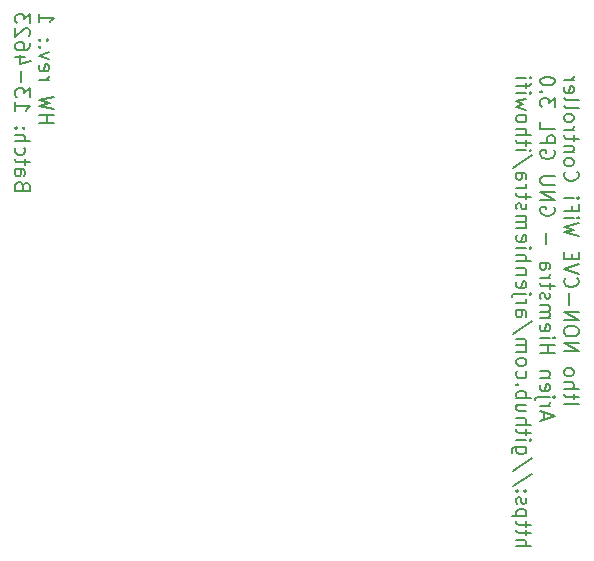
<source format=gbo>
G04 #@! TF.GenerationSoftware,KiCad,Pcbnew,7.0.7*
G04 #@! TF.CreationDate,2023-11-16T11:56:59+01:00*
G04 #@! TF.ProjectId,ithowifi_4l,6974686f-7769-4666-995f-346c2e6b6963,rev?*
G04 #@! TF.SameCoordinates,Original*
G04 #@! TF.FileFunction,Legend,Bot*
G04 #@! TF.FilePolarity,Positive*
%FSLAX46Y46*%
G04 Gerber Fmt 4.6, Leading zero omitted, Abs format (unit mm)*
G04 Created by KiCad (PCBNEW 7.0.7) date 2023-11-16 11:56:59*
%MOMM*%
%LPD*%
G01*
G04 APERTURE LIST*
%ADD10C,0.200000*%
G04 APERTURE END LIST*
D10*
X113073036Y-143012573D02*
X114319036Y-143012573D01*
X113903703Y-142597240D02*
X113903703Y-142122573D01*
X114319036Y-142419240D02*
X113251036Y-142419240D01*
X113251036Y-142419240D02*
X113132370Y-142359907D01*
X113132370Y-142359907D02*
X113073036Y-142241240D01*
X113073036Y-142241240D02*
X113073036Y-142122573D01*
X113073036Y-141707240D02*
X114319036Y-141707240D01*
X113073036Y-141173240D02*
X113725703Y-141173240D01*
X113725703Y-141173240D02*
X113844370Y-141232573D01*
X113844370Y-141232573D02*
X113903703Y-141351240D01*
X113903703Y-141351240D02*
X113903703Y-141529240D01*
X113903703Y-141529240D02*
X113844370Y-141647907D01*
X113844370Y-141647907D02*
X113785036Y-141707240D01*
X113073036Y-140401907D02*
X113132370Y-140520574D01*
X113132370Y-140520574D02*
X113191703Y-140579907D01*
X113191703Y-140579907D02*
X113310370Y-140639240D01*
X113310370Y-140639240D02*
X113666370Y-140639240D01*
X113666370Y-140639240D02*
X113785036Y-140579907D01*
X113785036Y-140579907D02*
X113844370Y-140520574D01*
X113844370Y-140520574D02*
X113903703Y-140401907D01*
X113903703Y-140401907D02*
X113903703Y-140223907D01*
X113903703Y-140223907D02*
X113844370Y-140105240D01*
X113844370Y-140105240D02*
X113785036Y-140045907D01*
X113785036Y-140045907D02*
X113666370Y-139986574D01*
X113666370Y-139986574D02*
X113310370Y-139986574D01*
X113310370Y-139986574D02*
X113191703Y-140045907D01*
X113191703Y-140045907D02*
X113132370Y-140105240D01*
X113132370Y-140105240D02*
X113073036Y-140223907D01*
X113073036Y-140223907D02*
X113073036Y-140401907D01*
X113073036Y-138503241D02*
X114319036Y-138503241D01*
X114319036Y-138503241D02*
X113073036Y-137791241D01*
X113073036Y-137791241D02*
X114319036Y-137791241D01*
X114319036Y-136960575D02*
X114319036Y-136723241D01*
X114319036Y-136723241D02*
X114259703Y-136604575D01*
X114259703Y-136604575D02*
X114141036Y-136485908D01*
X114141036Y-136485908D02*
X113903703Y-136426575D01*
X113903703Y-136426575D02*
X113488370Y-136426575D01*
X113488370Y-136426575D02*
X113251036Y-136485908D01*
X113251036Y-136485908D02*
X113132370Y-136604575D01*
X113132370Y-136604575D02*
X113073036Y-136723241D01*
X113073036Y-136723241D02*
X113073036Y-136960575D01*
X113073036Y-136960575D02*
X113132370Y-137079241D01*
X113132370Y-137079241D02*
X113251036Y-137197908D01*
X113251036Y-137197908D02*
X113488370Y-137257241D01*
X113488370Y-137257241D02*
X113903703Y-137257241D01*
X113903703Y-137257241D02*
X114141036Y-137197908D01*
X114141036Y-137197908D02*
X114259703Y-137079241D01*
X114259703Y-137079241D02*
X114319036Y-136960575D01*
X113073036Y-135892575D02*
X114319036Y-135892575D01*
X114319036Y-135892575D02*
X113073036Y-135180575D01*
X113073036Y-135180575D02*
X114319036Y-135180575D01*
X113547703Y-134587242D02*
X113547703Y-133637909D01*
X113191703Y-132332575D02*
X113132370Y-132391908D01*
X113132370Y-132391908D02*
X113073036Y-132569908D01*
X113073036Y-132569908D02*
X113073036Y-132688575D01*
X113073036Y-132688575D02*
X113132370Y-132866575D01*
X113132370Y-132866575D02*
X113251036Y-132985242D01*
X113251036Y-132985242D02*
X113369703Y-133044575D01*
X113369703Y-133044575D02*
X113607036Y-133103908D01*
X113607036Y-133103908D02*
X113785036Y-133103908D01*
X113785036Y-133103908D02*
X114022370Y-133044575D01*
X114022370Y-133044575D02*
X114141036Y-132985242D01*
X114141036Y-132985242D02*
X114259703Y-132866575D01*
X114259703Y-132866575D02*
X114319036Y-132688575D01*
X114319036Y-132688575D02*
X114319036Y-132569908D01*
X114319036Y-132569908D02*
X114259703Y-132391908D01*
X114259703Y-132391908D02*
X114200370Y-132332575D01*
X114319036Y-131976575D02*
X113073036Y-131561242D01*
X113073036Y-131561242D02*
X114319036Y-131145908D01*
X113725703Y-130730575D02*
X113725703Y-130315242D01*
X113073036Y-130137242D02*
X113073036Y-130730575D01*
X113073036Y-130730575D02*
X114319036Y-130730575D01*
X114319036Y-130730575D02*
X114319036Y-130137242D01*
X114319036Y-128772576D02*
X113073036Y-128475909D01*
X113073036Y-128475909D02*
X113963036Y-128238576D01*
X113963036Y-128238576D02*
X113073036Y-128001242D01*
X113073036Y-128001242D02*
X114319036Y-127704576D01*
X113073036Y-127229909D02*
X113903703Y-127229909D01*
X114319036Y-127229909D02*
X114259703Y-127289242D01*
X114259703Y-127289242D02*
X114200370Y-127229909D01*
X114200370Y-127229909D02*
X114259703Y-127170576D01*
X114259703Y-127170576D02*
X114319036Y-127229909D01*
X114319036Y-127229909D02*
X114200370Y-127229909D01*
X113725703Y-126221243D02*
X113725703Y-126636576D01*
X113073036Y-126636576D02*
X114319036Y-126636576D01*
X114319036Y-126636576D02*
X114319036Y-126043243D01*
X113073036Y-125568576D02*
X113903703Y-125568576D01*
X114319036Y-125568576D02*
X114259703Y-125627909D01*
X114259703Y-125627909D02*
X114200370Y-125568576D01*
X114200370Y-125568576D02*
X114259703Y-125509243D01*
X114259703Y-125509243D02*
X114319036Y-125568576D01*
X114319036Y-125568576D02*
X114200370Y-125568576D01*
X113191703Y-123313910D02*
X113132370Y-123373243D01*
X113132370Y-123373243D02*
X113073036Y-123551243D01*
X113073036Y-123551243D02*
X113073036Y-123669910D01*
X113073036Y-123669910D02*
X113132370Y-123847910D01*
X113132370Y-123847910D02*
X113251036Y-123966577D01*
X113251036Y-123966577D02*
X113369703Y-124025910D01*
X113369703Y-124025910D02*
X113607036Y-124085243D01*
X113607036Y-124085243D02*
X113785036Y-124085243D01*
X113785036Y-124085243D02*
X114022370Y-124025910D01*
X114022370Y-124025910D02*
X114141036Y-123966577D01*
X114141036Y-123966577D02*
X114259703Y-123847910D01*
X114259703Y-123847910D02*
X114319036Y-123669910D01*
X114319036Y-123669910D02*
X114319036Y-123551243D01*
X114319036Y-123551243D02*
X114259703Y-123373243D01*
X114259703Y-123373243D02*
X114200370Y-123313910D01*
X113073036Y-122601910D02*
X113132370Y-122720577D01*
X113132370Y-122720577D02*
X113191703Y-122779910D01*
X113191703Y-122779910D02*
X113310370Y-122839243D01*
X113310370Y-122839243D02*
X113666370Y-122839243D01*
X113666370Y-122839243D02*
X113785036Y-122779910D01*
X113785036Y-122779910D02*
X113844370Y-122720577D01*
X113844370Y-122720577D02*
X113903703Y-122601910D01*
X113903703Y-122601910D02*
X113903703Y-122423910D01*
X113903703Y-122423910D02*
X113844370Y-122305243D01*
X113844370Y-122305243D02*
X113785036Y-122245910D01*
X113785036Y-122245910D02*
X113666370Y-122186577D01*
X113666370Y-122186577D02*
X113310370Y-122186577D01*
X113310370Y-122186577D02*
X113191703Y-122245910D01*
X113191703Y-122245910D02*
X113132370Y-122305243D01*
X113132370Y-122305243D02*
X113073036Y-122423910D01*
X113073036Y-122423910D02*
X113073036Y-122601910D01*
X113903703Y-121652577D02*
X113073036Y-121652577D01*
X113785036Y-121652577D02*
X113844370Y-121593244D01*
X113844370Y-121593244D02*
X113903703Y-121474577D01*
X113903703Y-121474577D02*
X113903703Y-121296577D01*
X113903703Y-121296577D02*
X113844370Y-121177910D01*
X113844370Y-121177910D02*
X113725703Y-121118577D01*
X113725703Y-121118577D02*
X113073036Y-121118577D01*
X113903703Y-120703244D02*
X113903703Y-120228577D01*
X114319036Y-120525244D02*
X113251036Y-120525244D01*
X113251036Y-120525244D02*
X113132370Y-120465911D01*
X113132370Y-120465911D02*
X113073036Y-120347244D01*
X113073036Y-120347244D02*
X113073036Y-120228577D01*
X113073036Y-119813244D02*
X113903703Y-119813244D01*
X113666370Y-119813244D02*
X113785036Y-119753911D01*
X113785036Y-119753911D02*
X113844370Y-119694577D01*
X113844370Y-119694577D02*
X113903703Y-119575911D01*
X113903703Y-119575911D02*
X113903703Y-119457244D01*
X113073036Y-118863911D02*
X113132370Y-118982578D01*
X113132370Y-118982578D02*
X113191703Y-119041911D01*
X113191703Y-119041911D02*
X113310370Y-119101244D01*
X113310370Y-119101244D02*
X113666370Y-119101244D01*
X113666370Y-119101244D02*
X113785036Y-119041911D01*
X113785036Y-119041911D02*
X113844370Y-118982578D01*
X113844370Y-118982578D02*
X113903703Y-118863911D01*
X113903703Y-118863911D02*
X113903703Y-118685911D01*
X113903703Y-118685911D02*
X113844370Y-118567244D01*
X113844370Y-118567244D02*
X113785036Y-118507911D01*
X113785036Y-118507911D02*
X113666370Y-118448578D01*
X113666370Y-118448578D02*
X113310370Y-118448578D01*
X113310370Y-118448578D02*
X113191703Y-118507911D01*
X113191703Y-118507911D02*
X113132370Y-118567244D01*
X113132370Y-118567244D02*
X113073036Y-118685911D01*
X113073036Y-118685911D02*
X113073036Y-118863911D01*
X113073036Y-117736578D02*
X113132370Y-117855245D01*
X113132370Y-117855245D02*
X113251036Y-117914578D01*
X113251036Y-117914578D02*
X114319036Y-117914578D01*
X113073036Y-117083911D02*
X113132370Y-117202578D01*
X113132370Y-117202578D02*
X113251036Y-117261911D01*
X113251036Y-117261911D02*
X114319036Y-117261911D01*
X113132370Y-116134577D02*
X113073036Y-116253244D01*
X113073036Y-116253244D02*
X113073036Y-116490577D01*
X113073036Y-116490577D02*
X113132370Y-116609244D01*
X113132370Y-116609244D02*
X113251036Y-116668577D01*
X113251036Y-116668577D02*
X113725703Y-116668577D01*
X113725703Y-116668577D02*
X113844370Y-116609244D01*
X113844370Y-116609244D02*
X113903703Y-116490577D01*
X113903703Y-116490577D02*
X113903703Y-116253244D01*
X113903703Y-116253244D02*
X113844370Y-116134577D01*
X113844370Y-116134577D02*
X113725703Y-116075244D01*
X113725703Y-116075244D02*
X113607036Y-116075244D01*
X113607036Y-116075244D02*
X113488370Y-116668577D01*
X113073036Y-115541244D02*
X113903703Y-115541244D01*
X113666370Y-115541244D02*
X113785036Y-115481911D01*
X113785036Y-115481911D02*
X113844370Y-115422577D01*
X113844370Y-115422577D02*
X113903703Y-115303911D01*
X113903703Y-115303911D02*
X113903703Y-115185244D01*
X111422976Y-144317907D02*
X111422976Y-143724574D01*
X111066976Y-144436574D02*
X112312976Y-144021241D01*
X112312976Y-144021241D02*
X111066976Y-143605907D01*
X111066976Y-143190574D02*
X111897643Y-143190574D01*
X111660310Y-143190574D02*
X111778976Y-143131241D01*
X111778976Y-143131241D02*
X111838310Y-143071907D01*
X111838310Y-143071907D02*
X111897643Y-142953241D01*
X111897643Y-142953241D02*
X111897643Y-142834574D01*
X111897643Y-142419241D02*
X110829643Y-142419241D01*
X110829643Y-142419241D02*
X110710976Y-142478574D01*
X110710976Y-142478574D02*
X110651643Y-142597241D01*
X110651643Y-142597241D02*
X110651643Y-142656574D01*
X112312976Y-142419241D02*
X112253643Y-142478574D01*
X112253643Y-142478574D02*
X112194310Y-142419241D01*
X112194310Y-142419241D02*
X112253643Y-142359908D01*
X112253643Y-142359908D02*
X112312976Y-142419241D01*
X112312976Y-142419241D02*
X112194310Y-142419241D01*
X111126310Y-141351241D02*
X111066976Y-141469908D01*
X111066976Y-141469908D02*
X111066976Y-141707241D01*
X111066976Y-141707241D02*
X111126310Y-141825908D01*
X111126310Y-141825908D02*
X111244976Y-141885241D01*
X111244976Y-141885241D02*
X111719643Y-141885241D01*
X111719643Y-141885241D02*
X111838310Y-141825908D01*
X111838310Y-141825908D02*
X111897643Y-141707241D01*
X111897643Y-141707241D02*
X111897643Y-141469908D01*
X111897643Y-141469908D02*
X111838310Y-141351241D01*
X111838310Y-141351241D02*
X111719643Y-141291908D01*
X111719643Y-141291908D02*
X111600976Y-141291908D01*
X111600976Y-141291908D02*
X111482310Y-141885241D01*
X111897643Y-140757908D02*
X111066976Y-140757908D01*
X111778976Y-140757908D02*
X111838310Y-140698575D01*
X111838310Y-140698575D02*
X111897643Y-140579908D01*
X111897643Y-140579908D02*
X111897643Y-140401908D01*
X111897643Y-140401908D02*
X111838310Y-140283241D01*
X111838310Y-140283241D02*
X111719643Y-140223908D01*
X111719643Y-140223908D02*
X111066976Y-140223908D01*
X111066976Y-138681242D02*
X112312976Y-138681242D01*
X111719643Y-138681242D02*
X111719643Y-137969242D01*
X111066976Y-137969242D02*
X112312976Y-137969242D01*
X111066976Y-137375909D02*
X111897643Y-137375909D01*
X112312976Y-137375909D02*
X112253643Y-137435242D01*
X112253643Y-137435242D02*
X112194310Y-137375909D01*
X112194310Y-137375909D02*
X112253643Y-137316576D01*
X112253643Y-137316576D02*
X112312976Y-137375909D01*
X112312976Y-137375909D02*
X112194310Y-137375909D01*
X111126310Y-136307909D02*
X111066976Y-136426576D01*
X111066976Y-136426576D02*
X111066976Y-136663909D01*
X111066976Y-136663909D02*
X111126310Y-136782576D01*
X111126310Y-136782576D02*
X111244976Y-136841909D01*
X111244976Y-136841909D02*
X111719643Y-136841909D01*
X111719643Y-136841909D02*
X111838310Y-136782576D01*
X111838310Y-136782576D02*
X111897643Y-136663909D01*
X111897643Y-136663909D02*
X111897643Y-136426576D01*
X111897643Y-136426576D02*
X111838310Y-136307909D01*
X111838310Y-136307909D02*
X111719643Y-136248576D01*
X111719643Y-136248576D02*
X111600976Y-136248576D01*
X111600976Y-136248576D02*
X111482310Y-136841909D01*
X111066976Y-135714576D02*
X111897643Y-135714576D01*
X111778976Y-135714576D02*
X111838310Y-135655243D01*
X111838310Y-135655243D02*
X111897643Y-135536576D01*
X111897643Y-135536576D02*
X111897643Y-135358576D01*
X111897643Y-135358576D02*
X111838310Y-135239909D01*
X111838310Y-135239909D02*
X111719643Y-135180576D01*
X111719643Y-135180576D02*
X111066976Y-135180576D01*
X111719643Y-135180576D02*
X111838310Y-135121243D01*
X111838310Y-135121243D02*
X111897643Y-135002576D01*
X111897643Y-135002576D02*
X111897643Y-134824576D01*
X111897643Y-134824576D02*
X111838310Y-134705909D01*
X111838310Y-134705909D02*
X111719643Y-134646576D01*
X111719643Y-134646576D02*
X111066976Y-134646576D01*
X111126310Y-134112576D02*
X111066976Y-133993910D01*
X111066976Y-133993910D02*
X111066976Y-133756576D01*
X111066976Y-133756576D02*
X111126310Y-133637910D01*
X111126310Y-133637910D02*
X111244976Y-133578576D01*
X111244976Y-133578576D02*
X111304310Y-133578576D01*
X111304310Y-133578576D02*
X111422976Y-133637910D01*
X111422976Y-133637910D02*
X111482310Y-133756576D01*
X111482310Y-133756576D02*
X111482310Y-133934576D01*
X111482310Y-133934576D02*
X111541643Y-134053243D01*
X111541643Y-134053243D02*
X111660310Y-134112576D01*
X111660310Y-134112576D02*
X111719643Y-134112576D01*
X111719643Y-134112576D02*
X111838310Y-134053243D01*
X111838310Y-134053243D02*
X111897643Y-133934576D01*
X111897643Y-133934576D02*
X111897643Y-133756576D01*
X111897643Y-133756576D02*
X111838310Y-133637910D01*
X111897643Y-133222576D02*
X111897643Y-132747909D01*
X112312976Y-133044576D02*
X111244976Y-133044576D01*
X111244976Y-133044576D02*
X111126310Y-132985243D01*
X111126310Y-132985243D02*
X111066976Y-132866576D01*
X111066976Y-132866576D02*
X111066976Y-132747909D01*
X111066976Y-132332576D02*
X111897643Y-132332576D01*
X111660310Y-132332576D02*
X111778976Y-132273243D01*
X111778976Y-132273243D02*
X111838310Y-132213909D01*
X111838310Y-132213909D02*
X111897643Y-132095243D01*
X111897643Y-132095243D02*
X111897643Y-131976576D01*
X111066976Y-131027243D02*
X111719643Y-131027243D01*
X111719643Y-131027243D02*
X111838310Y-131086576D01*
X111838310Y-131086576D02*
X111897643Y-131205243D01*
X111897643Y-131205243D02*
X111897643Y-131442576D01*
X111897643Y-131442576D02*
X111838310Y-131561243D01*
X111126310Y-131027243D02*
X111066976Y-131145910D01*
X111066976Y-131145910D02*
X111066976Y-131442576D01*
X111066976Y-131442576D02*
X111126310Y-131561243D01*
X111126310Y-131561243D02*
X111244976Y-131620576D01*
X111244976Y-131620576D02*
X111363643Y-131620576D01*
X111363643Y-131620576D02*
X111482310Y-131561243D01*
X111482310Y-131561243D02*
X111541643Y-131442576D01*
X111541643Y-131442576D02*
X111541643Y-131145910D01*
X111541643Y-131145910D02*
X111600976Y-131027243D01*
X111541643Y-129484577D02*
X111541643Y-128535244D01*
X112253643Y-126339910D02*
X112312976Y-126458577D01*
X112312976Y-126458577D02*
X112312976Y-126636577D01*
X112312976Y-126636577D02*
X112253643Y-126814577D01*
X112253643Y-126814577D02*
X112134976Y-126933244D01*
X112134976Y-126933244D02*
X112016310Y-126992577D01*
X112016310Y-126992577D02*
X111778976Y-127051910D01*
X111778976Y-127051910D02*
X111600976Y-127051910D01*
X111600976Y-127051910D02*
X111363643Y-126992577D01*
X111363643Y-126992577D02*
X111244976Y-126933244D01*
X111244976Y-126933244D02*
X111126310Y-126814577D01*
X111126310Y-126814577D02*
X111066976Y-126636577D01*
X111066976Y-126636577D02*
X111066976Y-126517910D01*
X111066976Y-126517910D02*
X111126310Y-126339910D01*
X111126310Y-126339910D02*
X111185643Y-126280577D01*
X111185643Y-126280577D02*
X111600976Y-126280577D01*
X111600976Y-126280577D02*
X111600976Y-126517910D01*
X111066976Y-125746577D02*
X112312976Y-125746577D01*
X112312976Y-125746577D02*
X111066976Y-125034577D01*
X111066976Y-125034577D02*
X112312976Y-125034577D01*
X112312976Y-124441244D02*
X111304310Y-124441244D01*
X111304310Y-124441244D02*
X111185643Y-124381911D01*
X111185643Y-124381911D02*
X111126310Y-124322577D01*
X111126310Y-124322577D02*
X111066976Y-124203911D01*
X111066976Y-124203911D02*
X111066976Y-123966577D01*
X111066976Y-123966577D02*
X111126310Y-123847911D01*
X111126310Y-123847911D02*
X111185643Y-123788577D01*
X111185643Y-123788577D02*
X111304310Y-123729244D01*
X111304310Y-123729244D02*
X112312976Y-123729244D01*
X112253643Y-121533911D02*
X112312976Y-121652578D01*
X112312976Y-121652578D02*
X112312976Y-121830578D01*
X112312976Y-121830578D02*
X112253643Y-122008578D01*
X112253643Y-122008578D02*
X112134976Y-122127245D01*
X112134976Y-122127245D02*
X112016310Y-122186578D01*
X112016310Y-122186578D02*
X111778976Y-122245911D01*
X111778976Y-122245911D02*
X111600976Y-122245911D01*
X111600976Y-122245911D02*
X111363643Y-122186578D01*
X111363643Y-122186578D02*
X111244976Y-122127245D01*
X111244976Y-122127245D02*
X111126310Y-122008578D01*
X111126310Y-122008578D02*
X111066976Y-121830578D01*
X111066976Y-121830578D02*
X111066976Y-121711911D01*
X111066976Y-121711911D02*
X111126310Y-121533911D01*
X111126310Y-121533911D02*
X111185643Y-121474578D01*
X111185643Y-121474578D02*
X111600976Y-121474578D01*
X111600976Y-121474578D02*
X111600976Y-121711911D01*
X111066976Y-120940578D02*
X112312976Y-120940578D01*
X112312976Y-120940578D02*
X112312976Y-120465911D01*
X112312976Y-120465911D02*
X112253643Y-120347245D01*
X112253643Y-120347245D02*
X112194310Y-120287911D01*
X112194310Y-120287911D02*
X112075643Y-120228578D01*
X112075643Y-120228578D02*
X111897643Y-120228578D01*
X111897643Y-120228578D02*
X111778976Y-120287911D01*
X111778976Y-120287911D02*
X111719643Y-120347245D01*
X111719643Y-120347245D02*
X111660310Y-120465911D01*
X111660310Y-120465911D02*
X111660310Y-120940578D01*
X111066976Y-119101245D02*
X111066976Y-119694578D01*
X111066976Y-119694578D02*
X112312976Y-119694578D01*
X112312976Y-117855245D02*
X112312976Y-117083911D01*
X112312976Y-117083911D02*
X111838310Y-117499245D01*
X111838310Y-117499245D02*
X111838310Y-117321245D01*
X111838310Y-117321245D02*
X111778976Y-117202578D01*
X111778976Y-117202578D02*
X111719643Y-117143245D01*
X111719643Y-117143245D02*
X111600976Y-117083911D01*
X111600976Y-117083911D02*
X111304310Y-117083911D01*
X111304310Y-117083911D02*
X111185643Y-117143245D01*
X111185643Y-117143245D02*
X111126310Y-117202578D01*
X111126310Y-117202578D02*
X111066976Y-117321245D01*
X111066976Y-117321245D02*
X111066976Y-117677245D01*
X111066976Y-117677245D02*
X111126310Y-117795911D01*
X111126310Y-117795911D02*
X111185643Y-117855245D01*
X111185643Y-116549911D02*
X111126310Y-116490578D01*
X111126310Y-116490578D02*
X111066976Y-116549911D01*
X111066976Y-116549911D02*
X111126310Y-116609244D01*
X111126310Y-116609244D02*
X111185643Y-116549911D01*
X111185643Y-116549911D02*
X111066976Y-116549911D01*
X112312976Y-115719245D02*
X112312976Y-115600578D01*
X112312976Y-115600578D02*
X112253643Y-115481911D01*
X112253643Y-115481911D02*
X112194310Y-115422578D01*
X112194310Y-115422578D02*
X112075643Y-115363245D01*
X112075643Y-115363245D02*
X111838310Y-115303911D01*
X111838310Y-115303911D02*
X111541643Y-115303911D01*
X111541643Y-115303911D02*
X111304310Y-115363245D01*
X111304310Y-115363245D02*
X111185643Y-115422578D01*
X111185643Y-115422578D02*
X111126310Y-115481911D01*
X111126310Y-115481911D02*
X111066976Y-115600578D01*
X111066976Y-115600578D02*
X111066976Y-115719245D01*
X111066976Y-115719245D02*
X111126310Y-115837911D01*
X111126310Y-115837911D02*
X111185643Y-115897245D01*
X111185643Y-115897245D02*
X111304310Y-115956578D01*
X111304310Y-115956578D02*
X111541643Y-116015911D01*
X111541643Y-116015911D02*
X111838310Y-116015911D01*
X111838310Y-116015911D02*
X112075643Y-115956578D01*
X112075643Y-115956578D02*
X112194310Y-115897245D01*
X112194310Y-115897245D02*
X112253643Y-115837911D01*
X112253643Y-115837911D02*
X112312976Y-115719245D01*
X109060916Y-155057235D02*
X110306916Y-155057235D01*
X109060916Y-154523235D02*
X109713583Y-154523235D01*
X109713583Y-154523235D02*
X109832250Y-154582568D01*
X109832250Y-154582568D02*
X109891583Y-154701235D01*
X109891583Y-154701235D02*
X109891583Y-154879235D01*
X109891583Y-154879235D02*
X109832250Y-154997902D01*
X109832250Y-154997902D02*
X109772916Y-155057235D01*
X109891583Y-154107902D02*
X109891583Y-153633235D01*
X110306916Y-153929902D02*
X109238916Y-153929902D01*
X109238916Y-153929902D02*
X109120250Y-153870569D01*
X109120250Y-153870569D02*
X109060916Y-153751902D01*
X109060916Y-153751902D02*
X109060916Y-153633235D01*
X109891583Y-153395902D02*
X109891583Y-152921235D01*
X110306916Y-153217902D02*
X109238916Y-153217902D01*
X109238916Y-153217902D02*
X109120250Y-153158569D01*
X109120250Y-153158569D02*
X109060916Y-153039902D01*
X109060916Y-153039902D02*
X109060916Y-152921235D01*
X109891583Y-152505902D02*
X108645583Y-152505902D01*
X109832250Y-152505902D02*
X109891583Y-152387235D01*
X109891583Y-152387235D02*
X109891583Y-152149902D01*
X109891583Y-152149902D02*
X109832250Y-152031235D01*
X109832250Y-152031235D02*
X109772916Y-151971902D01*
X109772916Y-151971902D02*
X109654250Y-151912569D01*
X109654250Y-151912569D02*
X109298250Y-151912569D01*
X109298250Y-151912569D02*
X109179583Y-151971902D01*
X109179583Y-151971902D02*
X109120250Y-152031235D01*
X109120250Y-152031235D02*
X109060916Y-152149902D01*
X109060916Y-152149902D02*
X109060916Y-152387235D01*
X109060916Y-152387235D02*
X109120250Y-152505902D01*
X109120250Y-151437902D02*
X109060916Y-151319236D01*
X109060916Y-151319236D02*
X109060916Y-151081902D01*
X109060916Y-151081902D02*
X109120250Y-150963236D01*
X109120250Y-150963236D02*
X109238916Y-150903902D01*
X109238916Y-150903902D02*
X109298250Y-150903902D01*
X109298250Y-150903902D02*
X109416916Y-150963236D01*
X109416916Y-150963236D02*
X109476250Y-151081902D01*
X109476250Y-151081902D02*
X109476250Y-151259902D01*
X109476250Y-151259902D02*
X109535583Y-151378569D01*
X109535583Y-151378569D02*
X109654250Y-151437902D01*
X109654250Y-151437902D02*
X109713583Y-151437902D01*
X109713583Y-151437902D02*
X109832250Y-151378569D01*
X109832250Y-151378569D02*
X109891583Y-151259902D01*
X109891583Y-151259902D02*
X109891583Y-151081902D01*
X109891583Y-151081902D02*
X109832250Y-150963236D01*
X109179583Y-150369902D02*
X109120250Y-150310569D01*
X109120250Y-150310569D02*
X109060916Y-150369902D01*
X109060916Y-150369902D02*
X109120250Y-150429235D01*
X109120250Y-150429235D02*
X109179583Y-150369902D01*
X109179583Y-150369902D02*
X109060916Y-150369902D01*
X109832250Y-150369902D02*
X109772916Y-150310569D01*
X109772916Y-150310569D02*
X109713583Y-150369902D01*
X109713583Y-150369902D02*
X109772916Y-150429235D01*
X109772916Y-150429235D02*
X109832250Y-150369902D01*
X109832250Y-150369902D02*
X109713583Y-150369902D01*
X110366250Y-148886569D02*
X108764250Y-149954569D01*
X110366250Y-147581236D02*
X108764250Y-148649236D01*
X109891583Y-146631903D02*
X108882916Y-146631903D01*
X108882916Y-146631903D02*
X108764250Y-146691236D01*
X108764250Y-146691236D02*
X108704916Y-146750570D01*
X108704916Y-146750570D02*
X108645583Y-146869236D01*
X108645583Y-146869236D02*
X108645583Y-147047236D01*
X108645583Y-147047236D02*
X108704916Y-147165903D01*
X109120250Y-146631903D02*
X109060916Y-146750570D01*
X109060916Y-146750570D02*
X109060916Y-146987903D01*
X109060916Y-146987903D02*
X109120250Y-147106570D01*
X109120250Y-147106570D02*
X109179583Y-147165903D01*
X109179583Y-147165903D02*
X109298250Y-147225236D01*
X109298250Y-147225236D02*
X109654250Y-147225236D01*
X109654250Y-147225236D02*
X109772916Y-147165903D01*
X109772916Y-147165903D02*
X109832250Y-147106570D01*
X109832250Y-147106570D02*
X109891583Y-146987903D01*
X109891583Y-146987903D02*
X109891583Y-146750570D01*
X109891583Y-146750570D02*
X109832250Y-146631903D01*
X109060916Y-146038570D02*
X109891583Y-146038570D01*
X110306916Y-146038570D02*
X110247583Y-146097903D01*
X110247583Y-146097903D02*
X110188250Y-146038570D01*
X110188250Y-146038570D02*
X110247583Y-145979237D01*
X110247583Y-145979237D02*
X110306916Y-146038570D01*
X110306916Y-146038570D02*
X110188250Y-146038570D01*
X109891583Y-145623237D02*
X109891583Y-145148570D01*
X110306916Y-145445237D02*
X109238916Y-145445237D01*
X109238916Y-145445237D02*
X109120250Y-145385904D01*
X109120250Y-145385904D02*
X109060916Y-145267237D01*
X109060916Y-145267237D02*
X109060916Y-145148570D01*
X109060916Y-144733237D02*
X110306916Y-144733237D01*
X109060916Y-144199237D02*
X109713583Y-144199237D01*
X109713583Y-144199237D02*
X109832250Y-144258570D01*
X109832250Y-144258570D02*
X109891583Y-144377237D01*
X109891583Y-144377237D02*
X109891583Y-144555237D01*
X109891583Y-144555237D02*
X109832250Y-144673904D01*
X109832250Y-144673904D02*
X109772916Y-144733237D01*
X109891583Y-143071904D02*
X109060916Y-143071904D01*
X109891583Y-143605904D02*
X109238916Y-143605904D01*
X109238916Y-143605904D02*
X109120250Y-143546571D01*
X109120250Y-143546571D02*
X109060916Y-143427904D01*
X109060916Y-143427904D02*
X109060916Y-143249904D01*
X109060916Y-143249904D02*
X109120250Y-143131237D01*
X109120250Y-143131237D02*
X109179583Y-143071904D01*
X109060916Y-142478571D02*
X110306916Y-142478571D01*
X109832250Y-142478571D02*
X109891583Y-142359904D01*
X109891583Y-142359904D02*
X109891583Y-142122571D01*
X109891583Y-142122571D02*
X109832250Y-142003904D01*
X109832250Y-142003904D02*
X109772916Y-141944571D01*
X109772916Y-141944571D02*
X109654250Y-141885238D01*
X109654250Y-141885238D02*
X109298250Y-141885238D01*
X109298250Y-141885238D02*
X109179583Y-141944571D01*
X109179583Y-141944571D02*
X109120250Y-142003904D01*
X109120250Y-142003904D02*
X109060916Y-142122571D01*
X109060916Y-142122571D02*
X109060916Y-142359904D01*
X109060916Y-142359904D02*
X109120250Y-142478571D01*
X109179583Y-141351238D02*
X109120250Y-141291905D01*
X109120250Y-141291905D02*
X109060916Y-141351238D01*
X109060916Y-141351238D02*
X109120250Y-141410571D01*
X109120250Y-141410571D02*
X109179583Y-141351238D01*
X109179583Y-141351238D02*
X109060916Y-141351238D01*
X109120250Y-140223905D02*
X109060916Y-140342572D01*
X109060916Y-140342572D02*
X109060916Y-140579905D01*
X109060916Y-140579905D02*
X109120250Y-140698572D01*
X109120250Y-140698572D02*
X109179583Y-140757905D01*
X109179583Y-140757905D02*
X109298250Y-140817238D01*
X109298250Y-140817238D02*
X109654250Y-140817238D01*
X109654250Y-140817238D02*
X109772916Y-140757905D01*
X109772916Y-140757905D02*
X109832250Y-140698572D01*
X109832250Y-140698572D02*
X109891583Y-140579905D01*
X109891583Y-140579905D02*
X109891583Y-140342572D01*
X109891583Y-140342572D02*
X109832250Y-140223905D01*
X109060916Y-139511905D02*
X109120250Y-139630572D01*
X109120250Y-139630572D02*
X109179583Y-139689905D01*
X109179583Y-139689905D02*
X109298250Y-139749238D01*
X109298250Y-139749238D02*
X109654250Y-139749238D01*
X109654250Y-139749238D02*
X109772916Y-139689905D01*
X109772916Y-139689905D02*
X109832250Y-139630572D01*
X109832250Y-139630572D02*
X109891583Y-139511905D01*
X109891583Y-139511905D02*
X109891583Y-139333905D01*
X109891583Y-139333905D02*
X109832250Y-139215238D01*
X109832250Y-139215238D02*
X109772916Y-139155905D01*
X109772916Y-139155905D02*
X109654250Y-139096572D01*
X109654250Y-139096572D02*
X109298250Y-139096572D01*
X109298250Y-139096572D02*
X109179583Y-139155905D01*
X109179583Y-139155905D02*
X109120250Y-139215238D01*
X109120250Y-139215238D02*
X109060916Y-139333905D01*
X109060916Y-139333905D02*
X109060916Y-139511905D01*
X109060916Y-138562572D02*
X109891583Y-138562572D01*
X109772916Y-138562572D02*
X109832250Y-138503239D01*
X109832250Y-138503239D02*
X109891583Y-138384572D01*
X109891583Y-138384572D02*
X109891583Y-138206572D01*
X109891583Y-138206572D02*
X109832250Y-138087905D01*
X109832250Y-138087905D02*
X109713583Y-138028572D01*
X109713583Y-138028572D02*
X109060916Y-138028572D01*
X109713583Y-138028572D02*
X109832250Y-137969239D01*
X109832250Y-137969239D02*
X109891583Y-137850572D01*
X109891583Y-137850572D02*
X109891583Y-137672572D01*
X109891583Y-137672572D02*
X109832250Y-137553905D01*
X109832250Y-137553905D02*
X109713583Y-137494572D01*
X109713583Y-137494572D02*
X109060916Y-137494572D01*
X110366250Y-136011239D02*
X108764250Y-137079239D01*
X109060916Y-135061906D02*
X109713583Y-135061906D01*
X109713583Y-135061906D02*
X109832250Y-135121239D01*
X109832250Y-135121239D02*
X109891583Y-135239906D01*
X109891583Y-135239906D02*
X109891583Y-135477239D01*
X109891583Y-135477239D02*
X109832250Y-135595906D01*
X109120250Y-135061906D02*
X109060916Y-135180573D01*
X109060916Y-135180573D02*
X109060916Y-135477239D01*
X109060916Y-135477239D02*
X109120250Y-135595906D01*
X109120250Y-135595906D02*
X109238916Y-135655239D01*
X109238916Y-135655239D02*
X109357583Y-135655239D01*
X109357583Y-135655239D02*
X109476250Y-135595906D01*
X109476250Y-135595906D02*
X109535583Y-135477239D01*
X109535583Y-135477239D02*
X109535583Y-135180573D01*
X109535583Y-135180573D02*
X109594916Y-135061906D01*
X109060916Y-134468573D02*
X109891583Y-134468573D01*
X109654250Y-134468573D02*
X109772916Y-134409240D01*
X109772916Y-134409240D02*
X109832250Y-134349906D01*
X109832250Y-134349906D02*
X109891583Y-134231240D01*
X109891583Y-134231240D02*
X109891583Y-134112573D01*
X109891583Y-133697240D02*
X108823583Y-133697240D01*
X108823583Y-133697240D02*
X108704916Y-133756573D01*
X108704916Y-133756573D02*
X108645583Y-133875240D01*
X108645583Y-133875240D02*
X108645583Y-133934573D01*
X110306916Y-133697240D02*
X110247583Y-133756573D01*
X110247583Y-133756573D02*
X110188250Y-133697240D01*
X110188250Y-133697240D02*
X110247583Y-133637907D01*
X110247583Y-133637907D02*
X110306916Y-133697240D01*
X110306916Y-133697240D02*
X110188250Y-133697240D01*
X109120250Y-132629240D02*
X109060916Y-132747907D01*
X109060916Y-132747907D02*
X109060916Y-132985240D01*
X109060916Y-132985240D02*
X109120250Y-133103907D01*
X109120250Y-133103907D02*
X109238916Y-133163240D01*
X109238916Y-133163240D02*
X109713583Y-133163240D01*
X109713583Y-133163240D02*
X109832250Y-133103907D01*
X109832250Y-133103907D02*
X109891583Y-132985240D01*
X109891583Y-132985240D02*
X109891583Y-132747907D01*
X109891583Y-132747907D02*
X109832250Y-132629240D01*
X109832250Y-132629240D02*
X109713583Y-132569907D01*
X109713583Y-132569907D02*
X109594916Y-132569907D01*
X109594916Y-132569907D02*
X109476250Y-133163240D01*
X109891583Y-132035907D02*
X109060916Y-132035907D01*
X109772916Y-132035907D02*
X109832250Y-131976574D01*
X109832250Y-131976574D02*
X109891583Y-131857907D01*
X109891583Y-131857907D02*
X109891583Y-131679907D01*
X109891583Y-131679907D02*
X109832250Y-131561240D01*
X109832250Y-131561240D02*
X109713583Y-131501907D01*
X109713583Y-131501907D02*
X109060916Y-131501907D01*
X109060916Y-130908574D02*
X110306916Y-130908574D01*
X109060916Y-130374574D02*
X109713583Y-130374574D01*
X109713583Y-130374574D02*
X109832250Y-130433907D01*
X109832250Y-130433907D02*
X109891583Y-130552574D01*
X109891583Y-130552574D02*
X109891583Y-130730574D01*
X109891583Y-130730574D02*
X109832250Y-130849241D01*
X109832250Y-130849241D02*
X109772916Y-130908574D01*
X109060916Y-129781241D02*
X109891583Y-129781241D01*
X110306916Y-129781241D02*
X110247583Y-129840574D01*
X110247583Y-129840574D02*
X110188250Y-129781241D01*
X110188250Y-129781241D02*
X110247583Y-129721908D01*
X110247583Y-129721908D02*
X110306916Y-129781241D01*
X110306916Y-129781241D02*
X110188250Y-129781241D01*
X109120250Y-128713241D02*
X109060916Y-128831908D01*
X109060916Y-128831908D02*
X109060916Y-129069241D01*
X109060916Y-129069241D02*
X109120250Y-129187908D01*
X109120250Y-129187908D02*
X109238916Y-129247241D01*
X109238916Y-129247241D02*
X109713583Y-129247241D01*
X109713583Y-129247241D02*
X109832250Y-129187908D01*
X109832250Y-129187908D02*
X109891583Y-129069241D01*
X109891583Y-129069241D02*
X109891583Y-128831908D01*
X109891583Y-128831908D02*
X109832250Y-128713241D01*
X109832250Y-128713241D02*
X109713583Y-128653908D01*
X109713583Y-128653908D02*
X109594916Y-128653908D01*
X109594916Y-128653908D02*
X109476250Y-129247241D01*
X109060916Y-128119908D02*
X109891583Y-128119908D01*
X109772916Y-128119908D02*
X109832250Y-128060575D01*
X109832250Y-128060575D02*
X109891583Y-127941908D01*
X109891583Y-127941908D02*
X109891583Y-127763908D01*
X109891583Y-127763908D02*
X109832250Y-127645241D01*
X109832250Y-127645241D02*
X109713583Y-127585908D01*
X109713583Y-127585908D02*
X109060916Y-127585908D01*
X109713583Y-127585908D02*
X109832250Y-127526575D01*
X109832250Y-127526575D02*
X109891583Y-127407908D01*
X109891583Y-127407908D02*
X109891583Y-127229908D01*
X109891583Y-127229908D02*
X109832250Y-127111241D01*
X109832250Y-127111241D02*
X109713583Y-127051908D01*
X109713583Y-127051908D02*
X109060916Y-127051908D01*
X109120250Y-126517908D02*
X109060916Y-126399242D01*
X109060916Y-126399242D02*
X109060916Y-126161908D01*
X109060916Y-126161908D02*
X109120250Y-126043242D01*
X109120250Y-126043242D02*
X109238916Y-125983908D01*
X109238916Y-125983908D02*
X109298250Y-125983908D01*
X109298250Y-125983908D02*
X109416916Y-126043242D01*
X109416916Y-126043242D02*
X109476250Y-126161908D01*
X109476250Y-126161908D02*
X109476250Y-126339908D01*
X109476250Y-126339908D02*
X109535583Y-126458575D01*
X109535583Y-126458575D02*
X109654250Y-126517908D01*
X109654250Y-126517908D02*
X109713583Y-126517908D01*
X109713583Y-126517908D02*
X109832250Y-126458575D01*
X109832250Y-126458575D02*
X109891583Y-126339908D01*
X109891583Y-126339908D02*
X109891583Y-126161908D01*
X109891583Y-126161908D02*
X109832250Y-126043242D01*
X109891583Y-125627908D02*
X109891583Y-125153241D01*
X110306916Y-125449908D02*
X109238916Y-125449908D01*
X109238916Y-125449908D02*
X109120250Y-125390575D01*
X109120250Y-125390575D02*
X109060916Y-125271908D01*
X109060916Y-125271908D02*
X109060916Y-125153241D01*
X109060916Y-124737908D02*
X109891583Y-124737908D01*
X109654250Y-124737908D02*
X109772916Y-124678575D01*
X109772916Y-124678575D02*
X109832250Y-124619241D01*
X109832250Y-124619241D02*
X109891583Y-124500575D01*
X109891583Y-124500575D02*
X109891583Y-124381908D01*
X109060916Y-123432575D02*
X109713583Y-123432575D01*
X109713583Y-123432575D02*
X109832250Y-123491908D01*
X109832250Y-123491908D02*
X109891583Y-123610575D01*
X109891583Y-123610575D02*
X109891583Y-123847908D01*
X109891583Y-123847908D02*
X109832250Y-123966575D01*
X109120250Y-123432575D02*
X109060916Y-123551242D01*
X109060916Y-123551242D02*
X109060916Y-123847908D01*
X109060916Y-123847908D02*
X109120250Y-123966575D01*
X109120250Y-123966575D02*
X109238916Y-124025908D01*
X109238916Y-124025908D02*
X109357583Y-124025908D01*
X109357583Y-124025908D02*
X109476250Y-123966575D01*
X109476250Y-123966575D02*
X109535583Y-123847908D01*
X109535583Y-123847908D02*
X109535583Y-123551242D01*
X109535583Y-123551242D02*
X109594916Y-123432575D01*
X110366250Y-121949242D02*
X108764250Y-123017242D01*
X109060916Y-121533909D02*
X109891583Y-121533909D01*
X110306916Y-121533909D02*
X110247583Y-121593242D01*
X110247583Y-121593242D02*
X110188250Y-121533909D01*
X110188250Y-121533909D02*
X110247583Y-121474576D01*
X110247583Y-121474576D02*
X110306916Y-121533909D01*
X110306916Y-121533909D02*
X110188250Y-121533909D01*
X109891583Y-121118576D02*
X109891583Y-120643909D01*
X110306916Y-120940576D02*
X109238916Y-120940576D01*
X109238916Y-120940576D02*
X109120250Y-120881243D01*
X109120250Y-120881243D02*
X109060916Y-120762576D01*
X109060916Y-120762576D02*
X109060916Y-120643909D01*
X109060916Y-120228576D02*
X110306916Y-120228576D01*
X109060916Y-119694576D02*
X109713583Y-119694576D01*
X109713583Y-119694576D02*
X109832250Y-119753909D01*
X109832250Y-119753909D02*
X109891583Y-119872576D01*
X109891583Y-119872576D02*
X109891583Y-120050576D01*
X109891583Y-120050576D02*
X109832250Y-120169243D01*
X109832250Y-120169243D02*
X109772916Y-120228576D01*
X109060916Y-118923243D02*
X109120250Y-119041910D01*
X109120250Y-119041910D02*
X109179583Y-119101243D01*
X109179583Y-119101243D02*
X109298250Y-119160576D01*
X109298250Y-119160576D02*
X109654250Y-119160576D01*
X109654250Y-119160576D02*
X109772916Y-119101243D01*
X109772916Y-119101243D02*
X109832250Y-119041910D01*
X109832250Y-119041910D02*
X109891583Y-118923243D01*
X109891583Y-118923243D02*
X109891583Y-118745243D01*
X109891583Y-118745243D02*
X109832250Y-118626576D01*
X109832250Y-118626576D02*
X109772916Y-118567243D01*
X109772916Y-118567243D02*
X109654250Y-118507910D01*
X109654250Y-118507910D02*
X109298250Y-118507910D01*
X109298250Y-118507910D02*
X109179583Y-118567243D01*
X109179583Y-118567243D02*
X109120250Y-118626576D01*
X109120250Y-118626576D02*
X109060916Y-118745243D01*
X109060916Y-118745243D02*
X109060916Y-118923243D01*
X109891583Y-118092577D02*
X109060916Y-117855243D01*
X109060916Y-117855243D02*
X109654250Y-117617910D01*
X109654250Y-117617910D02*
X109060916Y-117380577D01*
X109060916Y-117380577D02*
X109891583Y-117143243D01*
X109060916Y-116668577D02*
X109891583Y-116668577D01*
X110306916Y-116668577D02*
X110247583Y-116727910D01*
X110247583Y-116727910D02*
X110188250Y-116668577D01*
X110188250Y-116668577D02*
X110247583Y-116609244D01*
X110247583Y-116609244D02*
X110306916Y-116668577D01*
X110306916Y-116668577D02*
X110188250Y-116668577D01*
X109891583Y-116253244D02*
X109891583Y-115778577D01*
X109060916Y-116075244D02*
X110128916Y-116075244D01*
X110128916Y-116075244D02*
X110247583Y-116015911D01*
X110247583Y-116015911D02*
X110306916Y-115897244D01*
X110306916Y-115897244D02*
X110306916Y-115778577D01*
X109060916Y-115363244D02*
X109891583Y-115363244D01*
X110306916Y-115363244D02*
X110247583Y-115422577D01*
X110247583Y-115422577D02*
X110188250Y-115363244D01*
X110188250Y-115363244D02*
X110247583Y-115303911D01*
X110247583Y-115303911D02*
X110306916Y-115363244D01*
X110306916Y-115363244D02*
X110188250Y-115363244D01*
X68636006Y-119225909D02*
X69882006Y-119225909D01*
X69288673Y-119225909D02*
X69288673Y-118513909D01*
X68636006Y-118513909D02*
X69882006Y-118513909D01*
X69882006Y-118039243D02*
X68636006Y-117742576D01*
X68636006Y-117742576D02*
X69526006Y-117505243D01*
X69526006Y-117505243D02*
X68636006Y-117267909D01*
X68636006Y-117267909D02*
X69882006Y-116971243D01*
X68636006Y-115547243D02*
X69466673Y-115547243D01*
X69229340Y-115547243D02*
X69348006Y-115487910D01*
X69348006Y-115487910D02*
X69407340Y-115428576D01*
X69407340Y-115428576D02*
X69466673Y-115309910D01*
X69466673Y-115309910D02*
X69466673Y-115191243D01*
X68695340Y-114301243D02*
X68636006Y-114419910D01*
X68636006Y-114419910D02*
X68636006Y-114657243D01*
X68636006Y-114657243D02*
X68695340Y-114775910D01*
X68695340Y-114775910D02*
X68814006Y-114835243D01*
X68814006Y-114835243D02*
X69288673Y-114835243D01*
X69288673Y-114835243D02*
X69407340Y-114775910D01*
X69407340Y-114775910D02*
X69466673Y-114657243D01*
X69466673Y-114657243D02*
X69466673Y-114419910D01*
X69466673Y-114419910D02*
X69407340Y-114301243D01*
X69407340Y-114301243D02*
X69288673Y-114241910D01*
X69288673Y-114241910D02*
X69170006Y-114241910D01*
X69170006Y-114241910D02*
X69051340Y-114835243D01*
X69466673Y-113826577D02*
X68636006Y-113529910D01*
X68636006Y-113529910D02*
X69466673Y-113233243D01*
X68754673Y-112758577D02*
X68695340Y-112699244D01*
X68695340Y-112699244D02*
X68636006Y-112758577D01*
X68636006Y-112758577D02*
X68695340Y-112817910D01*
X68695340Y-112817910D02*
X68754673Y-112758577D01*
X68754673Y-112758577D02*
X68636006Y-112758577D01*
X68754673Y-112165244D02*
X68695340Y-112105911D01*
X68695340Y-112105911D02*
X68636006Y-112165244D01*
X68636006Y-112165244D02*
X68695340Y-112224577D01*
X68695340Y-112224577D02*
X68754673Y-112165244D01*
X68754673Y-112165244D02*
X68636006Y-112165244D01*
X69407340Y-112165244D02*
X69348006Y-112105911D01*
X69348006Y-112105911D02*
X69288673Y-112165244D01*
X69288673Y-112165244D02*
X69348006Y-112224577D01*
X69348006Y-112224577D02*
X69407340Y-112165244D01*
X69407340Y-112165244D02*
X69288673Y-112165244D01*
X68636006Y-109969911D02*
X68636006Y-110681911D01*
X68636006Y-110325911D02*
X69882006Y-110325911D01*
X69882006Y-110325911D02*
X69704006Y-110444578D01*
X69704006Y-110444578D02*
X69585340Y-110563245D01*
X69585340Y-110563245D02*
X69526006Y-110681911D01*
X67282613Y-124506579D02*
X67223280Y-124328579D01*
X67223280Y-124328579D02*
X67163946Y-124269245D01*
X67163946Y-124269245D02*
X67045280Y-124209912D01*
X67045280Y-124209912D02*
X66867280Y-124209912D01*
X66867280Y-124209912D02*
X66748613Y-124269245D01*
X66748613Y-124269245D02*
X66689280Y-124328579D01*
X66689280Y-124328579D02*
X66629946Y-124447245D01*
X66629946Y-124447245D02*
X66629946Y-124921912D01*
X66629946Y-124921912D02*
X67875946Y-124921912D01*
X67875946Y-124921912D02*
X67875946Y-124506579D01*
X67875946Y-124506579D02*
X67816613Y-124387912D01*
X67816613Y-124387912D02*
X67757280Y-124328579D01*
X67757280Y-124328579D02*
X67638613Y-124269245D01*
X67638613Y-124269245D02*
X67519946Y-124269245D01*
X67519946Y-124269245D02*
X67401280Y-124328579D01*
X67401280Y-124328579D02*
X67341946Y-124387912D01*
X67341946Y-124387912D02*
X67282613Y-124506579D01*
X67282613Y-124506579D02*
X67282613Y-124921912D01*
X66629946Y-123141912D02*
X67282613Y-123141912D01*
X67282613Y-123141912D02*
X67401280Y-123201245D01*
X67401280Y-123201245D02*
X67460613Y-123319912D01*
X67460613Y-123319912D02*
X67460613Y-123557245D01*
X67460613Y-123557245D02*
X67401280Y-123675912D01*
X66689280Y-123141912D02*
X66629946Y-123260579D01*
X66629946Y-123260579D02*
X66629946Y-123557245D01*
X66629946Y-123557245D02*
X66689280Y-123675912D01*
X66689280Y-123675912D02*
X66807946Y-123735245D01*
X66807946Y-123735245D02*
X66926613Y-123735245D01*
X66926613Y-123735245D02*
X67045280Y-123675912D01*
X67045280Y-123675912D02*
X67104613Y-123557245D01*
X67104613Y-123557245D02*
X67104613Y-123260579D01*
X67104613Y-123260579D02*
X67163946Y-123141912D01*
X67460613Y-122726579D02*
X67460613Y-122251912D01*
X67875946Y-122548579D02*
X66807946Y-122548579D01*
X66807946Y-122548579D02*
X66689280Y-122489246D01*
X66689280Y-122489246D02*
X66629946Y-122370579D01*
X66629946Y-122370579D02*
X66629946Y-122251912D01*
X66689280Y-121302579D02*
X66629946Y-121421246D01*
X66629946Y-121421246D02*
X66629946Y-121658579D01*
X66629946Y-121658579D02*
X66689280Y-121777246D01*
X66689280Y-121777246D02*
X66748613Y-121836579D01*
X66748613Y-121836579D02*
X66867280Y-121895912D01*
X66867280Y-121895912D02*
X67223280Y-121895912D01*
X67223280Y-121895912D02*
X67341946Y-121836579D01*
X67341946Y-121836579D02*
X67401280Y-121777246D01*
X67401280Y-121777246D02*
X67460613Y-121658579D01*
X67460613Y-121658579D02*
X67460613Y-121421246D01*
X67460613Y-121421246D02*
X67401280Y-121302579D01*
X66629946Y-120768579D02*
X67875946Y-120768579D01*
X66629946Y-120234579D02*
X67282613Y-120234579D01*
X67282613Y-120234579D02*
X67401280Y-120293912D01*
X67401280Y-120293912D02*
X67460613Y-120412579D01*
X67460613Y-120412579D02*
X67460613Y-120590579D01*
X67460613Y-120590579D02*
X67401280Y-120709246D01*
X67401280Y-120709246D02*
X67341946Y-120768579D01*
X66748613Y-119641246D02*
X66689280Y-119581913D01*
X66689280Y-119581913D02*
X66629946Y-119641246D01*
X66629946Y-119641246D02*
X66689280Y-119700579D01*
X66689280Y-119700579D02*
X66748613Y-119641246D01*
X66748613Y-119641246D02*
X66629946Y-119641246D01*
X67401280Y-119641246D02*
X67341946Y-119581913D01*
X67341946Y-119581913D02*
X67282613Y-119641246D01*
X67282613Y-119641246D02*
X67341946Y-119700579D01*
X67341946Y-119700579D02*
X67401280Y-119641246D01*
X67401280Y-119641246D02*
X67282613Y-119641246D01*
X66629946Y-117445913D02*
X66629946Y-118157913D01*
X66629946Y-117801913D02*
X67875946Y-117801913D01*
X67875946Y-117801913D02*
X67697946Y-117920580D01*
X67697946Y-117920580D02*
X67579280Y-118039247D01*
X67579280Y-118039247D02*
X67519946Y-118157913D01*
X67875946Y-117030580D02*
X67875946Y-116259246D01*
X67875946Y-116259246D02*
X67401280Y-116674580D01*
X67401280Y-116674580D02*
X67401280Y-116496580D01*
X67401280Y-116496580D02*
X67341946Y-116377913D01*
X67341946Y-116377913D02*
X67282613Y-116318580D01*
X67282613Y-116318580D02*
X67163946Y-116259246D01*
X67163946Y-116259246D02*
X66867280Y-116259246D01*
X66867280Y-116259246D02*
X66748613Y-116318580D01*
X66748613Y-116318580D02*
X66689280Y-116377913D01*
X66689280Y-116377913D02*
X66629946Y-116496580D01*
X66629946Y-116496580D02*
X66629946Y-116852580D01*
X66629946Y-116852580D02*
X66689280Y-116971246D01*
X66689280Y-116971246D02*
X66748613Y-117030580D01*
X67104613Y-115725246D02*
X67104613Y-114775913D01*
X67460613Y-113648579D02*
X66629946Y-113648579D01*
X67935280Y-113945246D02*
X67045280Y-114241912D01*
X67045280Y-114241912D02*
X67045280Y-113470579D01*
X67875946Y-112461912D02*
X67875946Y-112699245D01*
X67875946Y-112699245D02*
X67816613Y-112817912D01*
X67816613Y-112817912D02*
X67757280Y-112877245D01*
X67757280Y-112877245D02*
X67579280Y-112995912D01*
X67579280Y-112995912D02*
X67341946Y-113055245D01*
X67341946Y-113055245D02*
X66867280Y-113055245D01*
X66867280Y-113055245D02*
X66748613Y-112995912D01*
X66748613Y-112995912D02*
X66689280Y-112936579D01*
X66689280Y-112936579D02*
X66629946Y-112817912D01*
X66629946Y-112817912D02*
X66629946Y-112580579D01*
X66629946Y-112580579D02*
X66689280Y-112461912D01*
X66689280Y-112461912D02*
X66748613Y-112402579D01*
X66748613Y-112402579D02*
X66867280Y-112343245D01*
X66867280Y-112343245D02*
X67163946Y-112343245D01*
X67163946Y-112343245D02*
X67282613Y-112402579D01*
X67282613Y-112402579D02*
X67341946Y-112461912D01*
X67341946Y-112461912D02*
X67401280Y-112580579D01*
X67401280Y-112580579D02*
X67401280Y-112817912D01*
X67401280Y-112817912D02*
X67341946Y-112936579D01*
X67341946Y-112936579D02*
X67282613Y-112995912D01*
X67282613Y-112995912D02*
X67163946Y-113055245D01*
X67757280Y-111868578D02*
X67816613Y-111809245D01*
X67816613Y-111809245D02*
X67875946Y-111690578D01*
X67875946Y-111690578D02*
X67875946Y-111393912D01*
X67875946Y-111393912D02*
X67816613Y-111275245D01*
X67816613Y-111275245D02*
X67757280Y-111215912D01*
X67757280Y-111215912D02*
X67638613Y-111156578D01*
X67638613Y-111156578D02*
X67519946Y-111156578D01*
X67519946Y-111156578D02*
X67341946Y-111215912D01*
X67341946Y-111215912D02*
X66629946Y-111927912D01*
X66629946Y-111927912D02*
X66629946Y-111156578D01*
X67875946Y-110741245D02*
X67875946Y-109969911D01*
X67875946Y-109969911D02*
X67401280Y-110385245D01*
X67401280Y-110385245D02*
X67401280Y-110207245D01*
X67401280Y-110207245D02*
X67341946Y-110088578D01*
X67341946Y-110088578D02*
X67282613Y-110029245D01*
X67282613Y-110029245D02*
X67163946Y-109969911D01*
X67163946Y-109969911D02*
X66867280Y-109969911D01*
X66867280Y-109969911D02*
X66748613Y-110029245D01*
X66748613Y-110029245D02*
X66689280Y-110088578D01*
X66689280Y-110088578D02*
X66629946Y-110207245D01*
X66629946Y-110207245D02*
X66629946Y-110563245D01*
X66629946Y-110563245D02*
X66689280Y-110681911D01*
X66689280Y-110681911D02*
X66748613Y-110741245D01*
M02*

</source>
